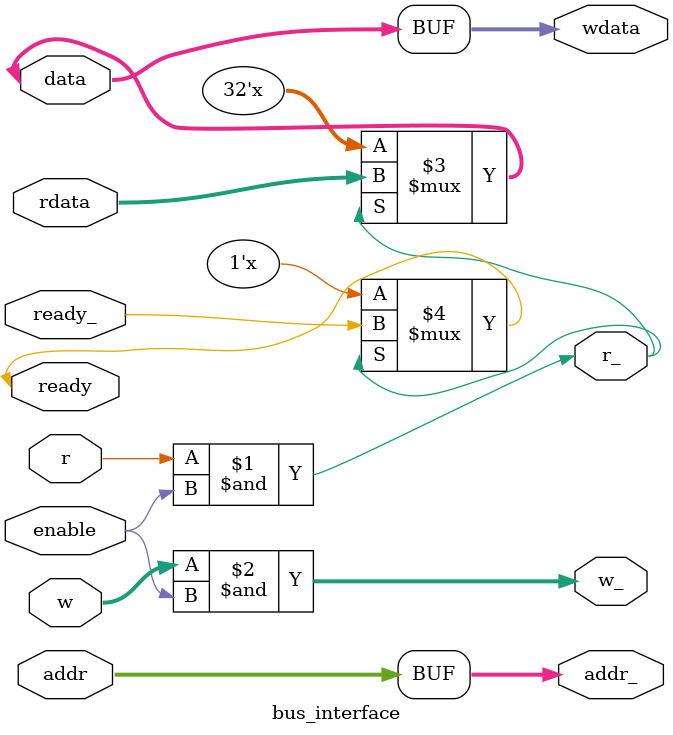
<source format=v>
`timescale 1ns / 1ps
module bus_interface(
		input enable,
		input [31:0]addr,
		inout [31:0]data,
		input r,
		input [3:0]w,
		inout ready,
		
		output [31:0]addr_,
		output [31:0]wdata,
		input  [31:0]rdata,
		output r_,
		output [3:0]w_,
		input  ready_
    );
assign addr_ = addr;
assign r_ = r & enable;
assign w_ = w & enable;
assign data =  r_? rdata : 32'bz;
assign ready = r_? ready_: 1'bz;
assign wdata = data;

endmodule

</source>
